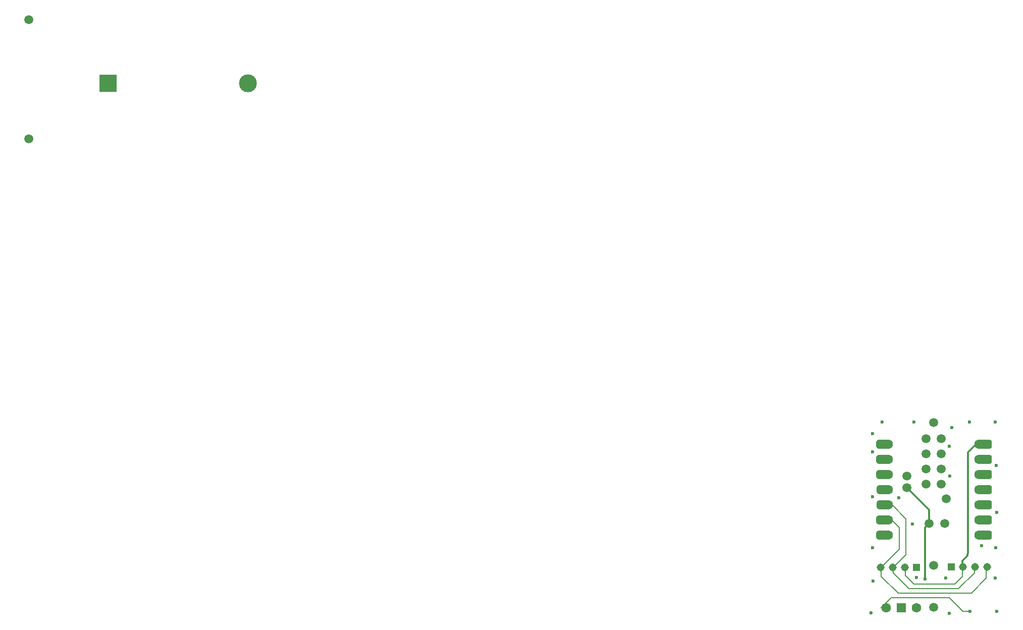
<source format=gbr>
%TF.GenerationSoftware,KiCad,Pcbnew,8.0.4*%
%TF.CreationDate,2024-10-12T11:12:09+09:00*%
%TF.ProjectId,XIAO_ButtonBatteryPCB,5849414f-5f42-4757-9474-6f6e42617474,rev?*%
%TF.SameCoordinates,Original*%
%TF.FileFunction,Copper,L1,Top*%
%TF.FilePolarity,Positive*%
%FSLAX46Y46*%
G04 Gerber Fmt 4.6, Leading zero omitted, Abs format (unit mm)*
G04 Created by KiCad (PCBNEW 8.0.4) date 2024-10-12 11:12:09*
%MOMM*%
%LPD*%
G01*
G04 APERTURE LIST*
G04 Aperture macros list*
%AMRoundRect*
0 Rectangle with rounded corners*
0 $1 Rounding radius*
0 $2 $3 $4 $5 $6 $7 $8 $9 X,Y pos of 4 corners*
0 Add a 4 corners polygon primitive as box body*
4,1,4,$2,$3,$4,$5,$6,$7,$8,$9,$2,$3,0*
0 Add four circle primitives for the rounded corners*
1,1,$1+$1,$2,$3*
1,1,$1+$1,$4,$5*
1,1,$1+$1,$6,$7*
1,1,$1+$1,$8,$9*
0 Add four rect primitives between the rounded corners*
20,1,$1+$1,$2,$3,$4,$5,0*
20,1,$1+$1,$4,$5,$6,$7,0*
20,1,$1+$1,$6,$7,$8,$9,0*
20,1,$1+$1,$8,$9,$2,$3,0*%
G04 Aperture macros list end*
%TA.AperFunction,ComponentPad*%
%ADD10C,1.500000*%
%TD*%
%TA.AperFunction,ComponentPad*%
%ADD11R,1.500000X1.500000*%
%TD*%
%TA.AperFunction,ComponentPad*%
%ADD12C,1.600000*%
%TD*%
%TA.AperFunction,SMDPad,CuDef*%
%ADD13RoundRect,0.381000X-0.762000X-0.381000X0.762000X-0.381000X0.762000X0.381000X-0.762000X0.381000X0*%
%TD*%
%TA.AperFunction,ComponentPad*%
%ADD14R,1.308000X1.308000*%
%TD*%
%TA.AperFunction,ComponentPad*%
%ADD15C,1.308000*%
%TD*%
%TA.AperFunction,ComponentPad*%
%ADD16C,3.000000*%
%TD*%
%TA.AperFunction,ComponentPad*%
%ADD17R,3.000000X3.000000*%
%TD*%
%TA.AperFunction,ViaPad*%
%ADD18C,0.600000*%
%TD*%
%TA.AperFunction,Conductor*%
%ADD19C,0.200000*%
%TD*%
%TA.AperFunction,Conductor*%
%ADD20C,0.300000*%
%TD*%
G04 APERTURE END LIST*
D10*
%TO.P,C3,2*%
%TO.N,GND*%
X162600000Y-68900000D03*
%TO.P,C3,1*%
%TO.N,Net-(D1-K)*%
X162600000Y-92900000D03*
%TD*%
D11*
%TO.P,SW1,1,B*%
%TO.N,Net-(SW1-B)*%
X157160000Y-100000000D03*
D12*
%TO.P,SW1,2,C*%
%TO.N,Net-(D1-A)*%
X154620000Y-100000000D03*
%TO.P,SW1,3,A*%
%TO.N,Net-(D1-K)*%
X159700000Y-100000000D03*
%TD*%
D10*
%TO.P,U1,27,Vbat-*%
%TO.N,GND*%
X164414000Y-85820000D03*
%TO.P,U1,26,Vbat+*%
%TO.N,Net-(SW1-B)*%
X161814000Y-85820000D03*
%TO.P,U1,25,BOOT*%
%TO.N,unconnected-(U1-BOOT-Pad25)*%
X163824000Y-79270001D03*
%TO.P,U1,24,3V3*%
%TO.N,unconnected-(U1-3V3-Pad24)*%
X161289000Y-79270000D03*
%TO.P,U1,23,MTDI*%
%TO.N,unconnected-(U1-MTDI-Pad23)*%
X163834000Y-71600000D03*
%TO.P,U1,22,EN*%
%TO.N,unconnected-(U1-EN-Pad22)*%
X163834000Y-74180000D03*
%TO.P,U1,21,MTMS*%
%TO.N,unconnected-(U1-MTMS-Pad21)*%
X163834000Y-76720000D03*
%TO.P,U1,20,MTCK*%
%TO.N,unconnected-(U1-MTCK-Pad20)*%
X161294000Y-76720000D03*
%TO.P,U1,19,GND*%
%TO.N,unconnected-(U1-GND-Pad19)*%
X161294000Y-74180000D03*
%TO.P,U1,18,MTDO*%
%TO.N,unconnected-(U1-MTDO-Pad18)*%
X161294000Y-71600000D03*
%TO.P,U1,17,Vbat+*%
%TO.N,Net-(SW1-B)*%
X158064000Y-79820000D03*
%TO.P,U1,16,Vbat-*%
%TO.N,GND*%
X158064000Y-77920000D03*
%TO.P,U1,15,GND*%
X164664000Y-81720000D03*
D12*
%TO.P,U1,14,5V*%
%TO.N,/Vcc5v*%
X170184000Y-72600000D03*
%TO.P,U1,13,GND*%
%TO.N,GND*%
X170184000Y-75140000D03*
%TO.P,U1,12,3V3*%
%TO.N,unconnected-(U1-3V3-Pad12)*%
X170184000Y-77680000D03*
%TO.P,U1,11,PA6_A10_D10_MOSI*%
%TO.N,unconnected-(U1-PA6_A10_D10_MOSI-Pad11)*%
X170184000Y-80220000D03*
%TO.P,U1,10,PA5_A9_D9_MISO*%
%TO.N,unconnected-(U1-PA5_A9_D9_MISO-Pad10)*%
X170184000Y-82760000D03*
%TO.P,U1,9,PA7_A8_D8_SCK*%
%TO.N,unconnected-(U1-PA7_A8_D8_SCK-Pad9)*%
X170184000Y-85300000D03*
%TO.P,U1,8,PB09_A7_D7_RX*%
%TO.N,unconnected-(U1-PB09_A7_D7_RX-Pad8)*%
X170214000Y-87840000D03*
%TO.P,U1,7,PB08_A6_D6_TX*%
%TO.N,unconnected-(U1-PB08_A6_D6_TX-Pad7)*%
X154934000Y-87840000D03*
%TO.P,U1,6,PA9_A5_D5_SCL*%
%TO.N,/SCL*%
X154944000Y-85300000D03*
%TO.P,U1,5,PA8_A4_D4_SDA*%
%TO.N,/SDA*%
X154944000Y-82760000D03*
%TO.P,U1,4,PA11_A3_D3*%
%TO.N,unconnected-(U1-PA11_A3_D3-Pad4)*%
X154944000Y-80220000D03*
%TO.P,U1,3,PA10_A2_D2*%
%TO.N,unconnected-(U1-PA10_A2_D2-Pad3)*%
X154944000Y-77680000D03*
%TO.P,U1,2,PA4_A1_D1*%
%TO.N,unconnected-(U1-PA4_A1_D1-Pad2)*%
X154944000Y-75140000D03*
%TO.P,U1,1,PA02_A0_D0*%
%TO.N,unconnected-(U1-PA02_A0_D0-Pad1)*%
X154944000Y-72600000D03*
D13*
%TO.P,U1,*%
%TO.N,*%
X171200000Y-87840000D03*
X171200000Y-85300000D03*
X171200000Y-82760000D03*
X171200000Y-80220000D03*
X171200000Y-77680000D03*
X171200000Y-75140000D03*
X171200000Y-72600000D03*
X154164000Y-82720000D03*
X154164000Y-80220000D03*
X154134000Y-87840000D03*
X154134000Y-85300000D03*
X154134000Y-77680000D03*
X154134000Y-75140000D03*
X154134000Y-72600000D03*
%TD*%
D10*
%TO.P,C4,2*%
%TO.N,GND*%
X162600000Y-68900000D03*
%TO.P,C4,1*%
%TO.N,Net-(D1-K)*%
X162600000Y-99900000D03*
%TD*%
D14*
%TO.P,J2,1,GND*%
%TO.N,GND*%
X159700000Y-93200000D03*
D15*
%TO.P,J2,2,Vcc*%
%TO.N,/Vcc5v*%
X157700000Y-93200000D03*
%TO.P,J2,3,SDA*%
%TO.N,/SDA*%
X155700000Y-93200000D03*
%TO.P,J2,4,SCL*%
%TO.N,/SCL*%
X153700000Y-93200000D03*
%TD*%
D10*
%TO.P,C2,2*%
%TO.N,Net-(C1-Pad2)*%
X10850000Y-1314999D03*
%TO.P,C2,1*%
%TO.N,Net-(D1-K)*%
X10850000Y-21314999D03*
%TD*%
D16*
%TO.P,C1,2*%
%TO.N,Net-(C1-Pad2)*%
X47600000Y-12050000D03*
D17*
%TO.P,C1,1*%
%TO.N,Net-(D1-K)*%
X24110000Y-12050000D03*
%TD*%
D14*
%TO.P,J1,1,GND*%
%TO.N,GND*%
X165500000Y-93100000D03*
D15*
%TO.P,J1,2,Vcc*%
%TO.N,/Vcc5v*%
X167500000Y-93100000D03*
%TO.P,J1,3,SDA*%
%TO.N,/SDA*%
X169500000Y-93100000D03*
%TO.P,J1,4,SCL*%
%TO.N,/SCL*%
X171500000Y-93100000D03*
%TD*%
D18*
%TO.N,Net-(D1-A)*%
X152100000Y-100800000D03*
%TO.N,Net-(D1-K)*%
X165200000Y-100900000D03*
%TO.N,Net-(D1-A)*%
X168700000Y-100600000D03*
%TO.N,Net-(SW1-B)*%
X161100000Y-95200000D03*
%TO.N,GND*%
X152400000Y-95500000D03*
X153900000Y-68800000D03*
X173100000Y-76100000D03*
X159700000Y-94900000D03*
X168600000Y-68800000D03*
X172900000Y-95000000D03*
X173160000Y-100600000D03*
X152300000Y-81400000D03*
X165200000Y-72900000D03*
X170600000Y-89600000D03*
X152300000Y-89900000D03*
X159000000Y-85900000D03*
X173000000Y-89900000D03*
X173150000Y-84000000D03*
X164600000Y-95000000D03*
X152310000Y-73850000D03*
X156700000Y-81500000D03*
X152300000Y-70800000D03*
X172900000Y-68800000D03*
X165600000Y-69800000D03*
X159300000Y-68800000D03*
X165300000Y-77900000D03*
%TD*%
D19*
%TO.N,Net-(D1-A)*%
X155420000Y-98300000D02*
X153720000Y-100000000D01*
X165175000Y-98300000D02*
X155420000Y-98300000D01*
X167475000Y-100600000D02*
X165175000Y-98300000D01*
X168700000Y-100600000D02*
X167475000Y-100600000D01*
D20*
%TO.N,Net-(SW1-B)*%
X161100000Y-86520000D02*
X161100000Y-95200000D01*
X161805000Y-85815000D02*
X161100000Y-86520000D01*
X161830000Y-83570000D02*
X161830000Y-85820000D01*
X158080000Y-79820000D02*
X161830000Y-83570000D01*
X161100000Y-95200000D02*
X161100000Y-95100000D01*
D19*
%TO.N,GND*%
X165300000Y-93200000D02*
X165050000Y-92950000D01*
%TO.N,/Vcc5v*%
X157800000Y-94556388D02*
X157800000Y-93200000D01*
X167400000Y-93200000D02*
X167400000Y-94700000D01*
D20*
X168200000Y-91300000D02*
X168200000Y-91000000D01*
D19*
X159243612Y-96000000D02*
X157800000Y-94556388D01*
D20*
X168200000Y-91000000D02*
X168350000Y-90850000D01*
X168350000Y-73943000D02*
X169698000Y-72595000D01*
D19*
X166100000Y-96000000D02*
X159243612Y-96000000D01*
D20*
X167400000Y-93100000D02*
X167400000Y-92100000D01*
X167400000Y-92100000D02*
X168200000Y-91300000D01*
X168350000Y-90850000D02*
X168350000Y-73943000D01*
D19*
%TO.N,/SCL*%
X156800000Y-86527000D02*
X156800000Y-90200000D01*
X168901436Y-97500000D02*
X171400000Y-95001436D01*
X171400000Y-95001436D02*
X171400000Y-93200000D01*
X156800000Y-90200000D02*
X153800000Y-93200000D01*
X155568000Y-85295000D02*
X156800000Y-86527000D01*
X153800000Y-94701121D02*
X156598879Y-97500000D01*
X153800000Y-93200000D02*
X153800000Y-94701121D01*
X156598879Y-97500000D02*
X168901436Y-97500000D01*
%TO.N,/SDA*%
X166730836Y-96800000D02*
X169400000Y-94130836D01*
X158426723Y-96800000D02*
X166730836Y-96800000D01*
X155800000Y-93200000D02*
X155800000Y-94173277D01*
X157900000Y-91100000D02*
X155800000Y-93200000D01*
X155598000Y-82755000D02*
X157900000Y-85057000D01*
X169400000Y-94130836D02*
X169400000Y-93200000D01*
X155800000Y-94173277D02*
X158426723Y-96800000D01*
X157900000Y-85057000D02*
X157900000Y-91100000D01*
%TO.N,/Vcc5v*%
X167400000Y-94700000D02*
X166100000Y-96000000D01*
%TD*%
M02*

</source>
